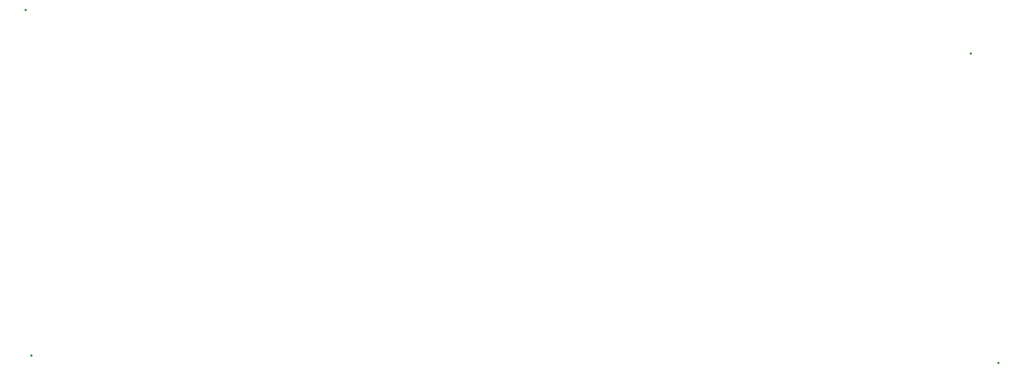
<source format=gbp>
%FSLAX24Y24*%
%MOIN*%
G70*
G01*
G75*
G04 Layer_Color=128*
%ADD10R,0.0354X0.0354*%
%ADD11O,0.0689X0.0217*%
%ADD12O,0.0217X0.0689*%
%ADD13R,0.0394X0.0394*%
%ADD14R,0.0630X0.0236*%
%ADD15R,0.0630X0.0236*%
%ADD16C,0.0394*%
%ADD17O,0.0236X0.0866*%
%ADD18R,0.1299X0.0787*%
%ADD19R,0.0866X0.0925*%
%ADD20R,0.0610X0.0925*%
%ADD21R,0.0335X0.0335*%
%ADD22O,0.0236X0.0866*%
%ADD23R,0.0787X0.2362*%
%ADD24R,0.0630X0.1181*%
%ADD25R,0.0335X0.0669*%
%ADD26R,0.0472X0.1378*%
%ADD27R,0.2185X0.2559*%
%ADD28R,0.0492X0.1201*%
%ADD29C,0.0250*%
%ADD30C,0.0500*%
%ADD31C,0.0150*%
%ADD32C,0.0100*%
%ADD33C,0.0300*%
%ADD34C,0.0591*%
%ADD35R,0.0591X0.0591*%
%ADD36C,0.0630*%
%ADD37C,0.1161*%
%ADD38P,0.2706X8X22.5*%
%ADD39C,0.0591*%
%ADD40R,0.0591X0.0591*%
%ADD41C,0.0500*%
%ADD42C,0.0394*%
%ADD43C,0.0098*%
%ADD44C,0.0236*%
%ADD45C,0.0079*%
D42*
X162598Y1958D02*
D03*
X158118Y52272D02*
D03*
X4574Y59359D02*
D03*
X5512Y3140D02*
D03*
M02*

</source>
